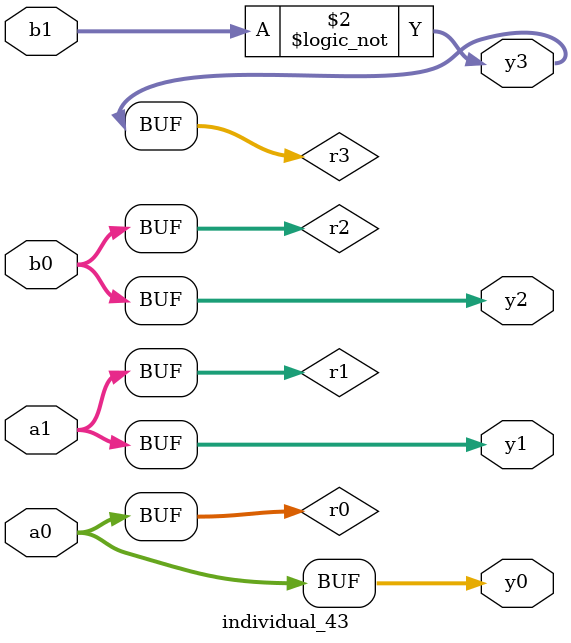
<source format=sv>
module individual_43(input logic [15:0] a1, input logic [15:0] a0, input logic [15:0] b1, input logic [15:0] b0, output logic [15:0] y3, output logic [15:0] y2, output logic [15:0] y1, output logic [15:0] y0);
logic [15:0] r0, r1, r2, r3; 
 always@(*) begin 
	 r0 = a0; r1 = a1; r2 = b0; r3 = b1; 
 	 r3 = ! b1 ;
 	 y3 = r3; y2 = r2; y1 = r1; y0 = r0; 
end
endmodule
</source>
